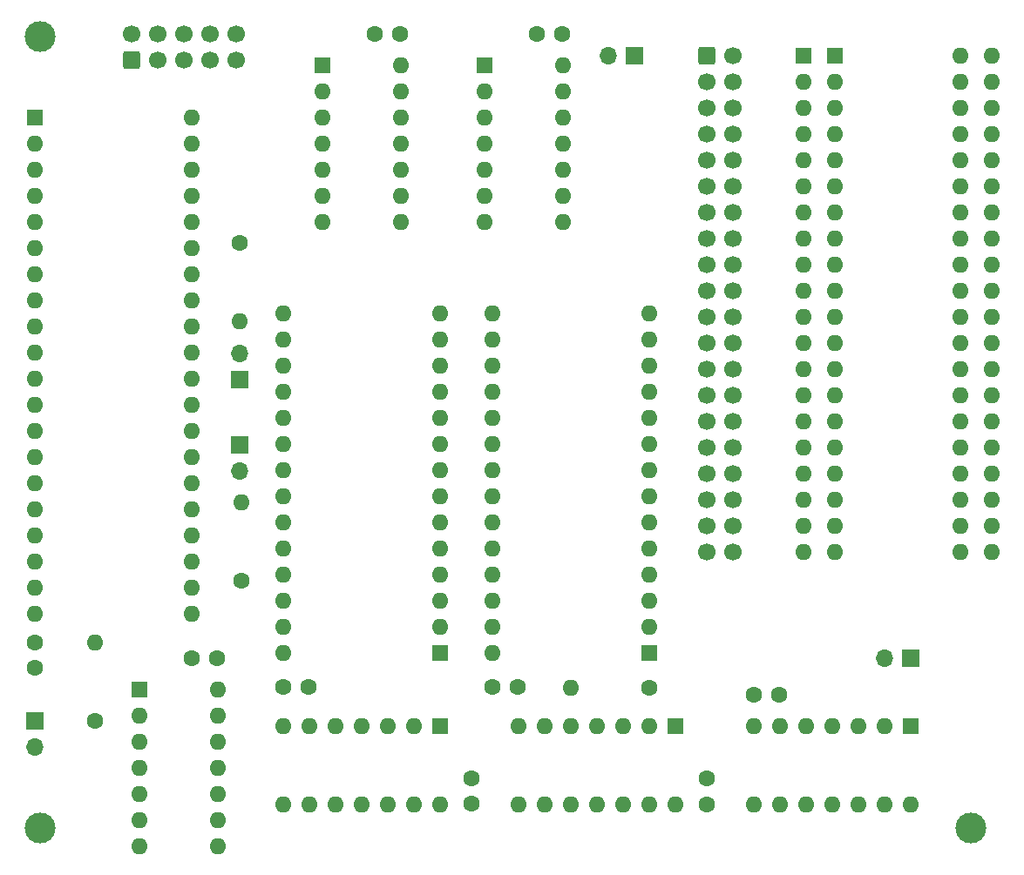
<source format=gts>
G04 #@! TF.GenerationSoftware,KiCad,Pcbnew,(6.0.11)*
G04 #@! TF.CreationDate,2024-05-04T19:15:30+02:00*
G04 #@! TF.ProjectId,dolphindos3-kicad,646f6c70-6869-46e6-946f-73332d6b6963,2*
G04 #@! TF.SameCoordinates,Original*
G04 #@! TF.FileFunction,Soldermask,Top*
G04 #@! TF.FilePolarity,Negative*
%FSLAX46Y46*%
G04 Gerber Fmt 4.6, Leading zero omitted, Abs format (unit mm)*
G04 Created by KiCad (PCBNEW (6.0.11)) date 2024-05-04 19:15:30*
%MOMM*%
%LPD*%
G01*
G04 APERTURE LIST*
G04 Aperture macros list*
%AMRoundRect*
0 Rectangle with rounded corners*
0 $1 Rounding radius*
0 $2 $3 $4 $5 $6 $7 $8 $9 X,Y pos of 4 corners*
0 Add a 4 corners polygon primitive as box body*
4,1,4,$2,$3,$4,$5,$6,$7,$8,$9,$2,$3,0*
0 Add four circle primitives for the rounded corners*
1,1,$1+$1,$2,$3*
1,1,$1+$1,$4,$5*
1,1,$1+$1,$6,$7*
1,1,$1+$1,$8,$9*
0 Add four rect primitives between the rounded corners*
20,1,$1+$1,$2,$3,$4,$5,0*
20,1,$1+$1,$4,$5,$6,$7,0*
20,1,$1+$1,$6,$7,$8,$9,0*
20,1,$1+$1,$8,$9,$2,$3,0*%
G04 Aperture macros list end*
%ADD10R,1.600000X1.600000*%
%ADD11O,1.600000X1.600000*%
%ADD12C,1.600000*%
%ADD13R,1.700000X1.700000*%
%ADD14O,1.700000X1.700000*%
%ADD15C,3.000000*%
%ADD16RoundRect,0.250000X-0.600000X-0.600000X0.600000X-0.600000X0.600000X0.600000X-0.600000X0.600000X0*%
%ADD17C,1.700000*%
%ADD18RoundRect,0.250000X0.600000X-0.600000X0.600000X0.600000X-0.600000X0.600000X-0.600000X-0.600000X0*%
G04 APERTURE END LIST*
D10*
X141732000Y-141996000D03*
D11*
X139192000Y-141996000D03*
X136652000Y-141996000D03*
X134112000Y-141996000D03*
X131572000Y-141996000D03*
X129032000Y-141996000D03*
X126492000Y-141996000D03*
X126492000Y-149616000D03*
X129032000Y-149616000D03*
X131572000Y-149616000D03*
X134112000Y-149616000D03*
X136652000Y-149616000D03*
X139192000Y-149616000D03*
X141732000Y-149616000D03*
D12*
X76708000Y-127889000D03*
D11*
X76708000Y-120269000D03*
D13*
X56642000Y-141478000D03*
D14*
X56642000Y-144018000D03*
D12*
X74397000Y-135382000D03*
X71897000Y-135382000D03*
X80772000Y-138176000D03*
X83272000Y-138176000D03*
X56642000Y-133878000D03*
X56642000Y-136378000D03*
D15*
X147574000Y-151892000D03*
D12*
X121920000Y-149606000D03*
X121920000Y-147106000D03*
D10*
X134361000Y-76835000D03*
D11*
X134361000Y-79375000D03*
X134361000Y-81915000D03*
X134361000Y-84455000D03*
X134361000Y-86995000D03*
X134361000Y-89535000D03*
X134361000Y-92075000D03*
X134361000Y-94615000D03*
X134361000Y-97155000D03*
X134361000Y-99695000D03*
X134361000Y-102235000D03*
X134361000Y-104775000D03*
X134361000Y-107315000D03*
X134361000Y-109855000D03*
X134361000Y-112395000D03*
X134361000Y-114935000D03*
X134361000Y-117475000D03*
X134361000Y-120015000D03*
X134361000Y-122555000D03*
X134361000Y-125095000D03*
X149601000Y-125095000D03*
X149601000Y-122555000D03*
X149601000Y-120015000D03*
X149601000Y-117475000D03*
X149601000Y-114935000D03*
X149601000Y-112395000D03*
X149601000Y-109855000D03*
X149601000Y-107315000D03*
X149601000Y-104775000D03*
X149601000Y-102235000D03*
X149601000Y-99695000D03*
X149601000Y-97155000D03*
X149601000Y-94615000D03*
X149601000Y-92075000D03*
X149601000Y-89535000D03*
X149601000Y-86995000D03*
X149601000Y-84455000D03*
X149601000Y-81915000D03*
X149601000Y-79375000D03*
X149601000Y-76835000D03*
D15*
X57150000Y-74930000D03*
D12*
X129012000Y-138938000D03*
X126512000Y-138938000D03*
D13*
X76581000Y-108336000D03*
D14*
X76581000Y-105796000D03*
D12*
X62484000Y-141478000D03*
D11*
X62484000Y-133858000D03*
D10*
X96012000Y-141986000D03*
D11*
X93472000Y-141986000D03*
X90932000Y-141986000D03*
X88392000Y-141986000D03*
X85852000Y-141986000D03*
X83312000Y-141986000D03*
X80772000Y-141986000D03*
X80772000Y-149606000D03*
X83312000Y-149606000D03*
X85852000Y-149606000D03*
X88392000Y-149606000D03*
X90932000Y-149606000D03*
X93472000Y-149606000D03*
X96012000Y-149606000D03*
D13*
X114940000Y-76835000D03*
D14*
X112400000Y-76835000D03*
D12*
X107930000Y-74676000D03*
X105430000Y-74676000D03*
D16*
X121920000Y-76830000D03*
D17*
X124460000Y-76830000D03*
X121920000Y-79370000D03*
X124460000Y-79370000D03*
X121920000Y-81910000D03*
X124460000Y-81910000D03*
X121920000Y-84450000D03*
X124460000Y-84450000D03*
X121920000Y-86990000D03*
X124460000Y-86990000D03*
X121920000Y-89530000D03*
X124460000Y-89530000D03*
X121920000Y-92070000D03*
X124460000Y-92070000D03*
X121920000Y-94610000D03*
X124460000Y-94610000D03*
X121920000Y-97150000D03*
X124460000Y-97150000D03*
X121920000Y-99690000D03*
X124460000Y-99690000D03*
X121920000Y-102230000D03*
X124460000Y-102230000D03*
X121920000Y-104770000D03*
X124460000Y-104770000D03*
X121920000Y-107310000D03*
X124460000Y-107310000D03*
X121920000Y-109850000D03*
X124460000Y-109850000D03*
X121920000Y-112390000D03*
X124460000Y-112390000D03*
X121920000Y-114930000D03*
X124460000Y-114930000D03*
X121920000Y-117470000D03*
X124460000Y-117470000D03*
X121920000Y-120010000D03*
X124460000Y-120010000D03*
X121920000Y-122550000D03*
X124460000Y-122550000D03*
X121920000Y-125090000D03*
X124460000Y-125090000D03*
D10*
X131318000Y-76830000D03*
D11*
X131318000Y-79370000D03*
X131318000Y-81910000D03*
X131318000Y-84450000D03*
X131318000Y-86990000D03*
X131318000Y-89530000D03*
X131318000Y-92070000D03*
X131318000Y-94610000D03*
X131318000Y-97150000D03*
X131318000Y-99690000D03*
X131318000Y-102230000D03*
X131318000Y-104770000D03*
X131318000Y-107310000D03*
X131318000Y-109850000D03*
X131318000Y-112390000D03*
X131318000Y-114930000D03*
X131318000Y-117470000D03*
X131318000Y-120010000D03*
X131318000Y-122550000D03*
X131318000Y-125090000D03*
X146558000Y-125090000D03*
X146558000Y-122550000D03*
X146558000Y-120010000D03*
X146558000Y-117470000D03*
X146558000Y-114930000D03*
X146558000Y-112390000D03*
X146558000Y-109850000D03*
X146558000Y-107310000D03*
X146558000Y-104770000D03*
X146558000Y-102230000D03*
X146558000Y-99690000D03*
X146558000Y-97150000D03*
X146558000Y-94610000D03*
X146558000Y-92070000D03*
X146558000Y-89530000D03*
X146558000Y-86990000D03*
X146558000Y-84450000D03*
X146558000Y-81910000D03*
X146558000Y-79370000D03*
X146558000Y-76830000D03*
D10*
X66802000Y-138430000D03*
D11*
X66802000Y-140970000D03*
X66802000Y-143510000D03*
X66802000Y-146050000D03*
X66802000Y-148590000D03*
X66802000Y-151130000D03*
X66802000Y-153670000D03*
X74422000Y-153670000D03*
X74422000Y-151130000D03*
X74422000Y-148590000D03*
X74422000Y-146050000D03*
X74422000Y-143510000D03*
X74422000Y-140970000D03*
X74422000Y-138430000D03*
D12*
X99060000Y-149586000D03*
X99060000Y-147086000D03*
D15*
X57150000Y-151892000D03*
D12*
X76581000Y-94996000D03*
D11*
X76581000Y-102616000D03*
D10*
X116332000Y-134874000D03*
D11*
X116332000Y-132334000D03*
X116332000Y-129794000D03*
X116332000Y-127254000D03*
X116332000Y-124714000D03*
X116332000Y-122174000D03*
X116332000Y-119634000D03*
X116332000Y-117094000D03*
X116332000Y-114554000D03*
X116332000Y-112014000D03*
X116332000Y-109474000D03*
X116332000Y-106934000D03*
X116332000Y-104394000D03*
X116332000Y-101854000D03*
X101092000Y-101854000D03*
X101092000Y-104394000D03*
X101092000Y-106934000D03*
X101092000Y-109474000D03*
X101092000Y-112014000D03*
X101092000Y-114554000D03*
X101092000Y-117094000D03*
X101092000Y-119634000D03*
X101092000Y-122174000D03*
X101092000Y-124714000D03*
X101092000Y-127254000D03*
X101092000Y-129794000D03*
X101092000Y-132334000D03*
X101092000Y-134874000D03*
D12*
X92182000Y-74676000D03*
X89682000Y-74676000D03*
D10*
X84582000Y-77724000D03*
D11*
X84582000Y-80264000D03*
X84582000Y-82804000D03*
X84582000Y-85344000D03*
X84582000Y-87884000D03*
X84582000Y-90424000D03*
X84582000Y-92964000D03*
X92202000Y-92964000D03*
X92202000Y-90424000D03*
X92202000Y-87884000D03*
X92202000Y-85344000D03*
X92202000Y-82804000D03*
X92202000Y-80264000D03*
X92202000Y-77724000D03*
D18*
X66040000Y-77216000D03*
D17*
X66040000Y-74676000D03*
X68580000Y-77216000D03*
X68580000Y-74676000D03*
X71120000Y-77216000D03*
X71120000Y-74676000D03*
X73660000Y-77216000D03*
X73660000Y-74676000D03*
X76200000Y-77216000D03*
X76200000Y-74676000D03*
D10*
X100340000Y-77719000D03*
D11*
X100340000Y-80259000D03*
X100340000Y-82799000D03*
X100340000Y-85339000D03*
X100340000Y-87879000D03*
X100340000Y-90419000D03*
X100340000Y-92959000D03*
X107960000Y-92959000D03*
X107960000Y-90419000D03*
X107960000Y-87879000D03*
X107960000Y-85339000D03*
X107960000Y-82799000D03*
X107960000Y-80259000D03*
X107960000Y-77719000D03*
D13*
X141732000Y-135382000D03*
D14*
X139192000Y-135382000D03*
D10*
X118877000Y-141996000D03*
D11*
X116337000Y-141996000D03*
X113797000Y-141996000D03*
X111257000Y-141996000D03*
X108717000Y-141996000D03*
X106177000Y-141996000D03*
X103637000Y-141996000D03*
X103637000Y-149616000D03*
X106177000Y-149616000D03*
X108717000Y-149616000D03*
X111257000Y-149616000D03*
X113797000Y-149616000D03*
X116337000Y-149616000D03*
X118877000Y-149616000D03*
D12*
X101112000Y-138176000D03*
X103612000Y-138176000D03*
D10*
X96017000Y-134889000D03*
D11*
X96017000Y-132349000D03*
X96017000Y-129809000D03*
X96017000Y-127269000D03*
X96017000Y-124729000D03*
X96017000Y-122189000D03*
X96017000Y-119649000D03*
X96017000Y-117109000D03*
X96017000Y-114569000D03*
X96017000Y-112029000D03*
X96017000Y-109489000D03*
X96017000Y-106949000D03*
X96017000Y-104409000D03*
X96017000Y-101869000D03*
X80777000Y-101869000D03*
X80777000Y-104409000D03*
X80777000Y-106949000D03*
X80777000Y-109489000D03*
X80777000Y-112029000D03*
X80777000Y-114569000D03*
X80777000Y-117109000D03*
X80777000Y-119649000D03*
X80777000Y-122189000D03*
X80777000Y-124729000D03*
X80777000Y-127269000D03*
X80777000Y-129809000D03*
X80777000Y-132349000D03*
X80777000Y-134889000D03*
D13*
X76581000Y-114681000D03*
D14*
X76581000Y-117221000D03*
D12*
X116332000Y-138303000D03*
D11*
X108712000Y-138303000D03*
D10*
X56637000Y-82804000D03*
D11*
X56637000Y-85344000D03*
X56637000Y-87884000D03*
X56637000Y-90424000D03*
X56637000Y-92964000D03*
X56637000Y-95504000D03*
X56637000Y-98044000D03*
X56637000Y-100584000D03*
X56637000Y-103124000D03*
X56637000Y-105664000D03*
X56637000Y-108204000D03*
X56637000Y-110744000D03*
X56637000Y-113284000D03*
X56637000Y-115824000D03*
X56637000Y-118364000D03*
X56637000Y-120904000D03*
X56637000Y-123444000D03*
X56637000Y-125984000D03*
X56637000Y-128524000D03*
X56637000Y-131064000D03*
X71877000Y-131064000D03*
X71877000Y-128524000D03*
X71877000Y-125984000D03*
X71877000Y-123444000D03*
X71877000Y-120904000D03*
X71877000Y-118364000D03*
X71877000Y-115824000D03*
X71877000Y-113284000D03*
X71877000Y-110744000D03*
X71877000Y-108204000D03*
X71877000Y-105664000D03*
X71877000Y-103124000D03*
X71877000Y-100584000D03*
X71877000Y-98044000D03*
X71877000Y-95504000D03*
X71877000Y-92964000D03*
X71877000Y-90424000D03*
X71877000Y-87884000D03*
X71877000Y-85344000D03*
X71877000Y-82804000D03*
M02*

</source>
